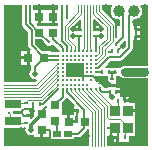
<source format=gtl>
G04*
G04 #@! TF.GenerationSoftware,Altium Limited,Altium Designer,19.0.10 (269)*
G04*
G04 Layer_Physical_Order=1*
G04 Layer_Color=255*
%FSLAX24Y24*%
%MOIN*%
G70*
G01*
G75*
%ADD10C,0.0079*%
%ADD13C,0.0049*%
%ADD14R,0.0335X0.0374*%
%ADD15R,0.0106X0.0118*%
%ADD16R,0.0551X0.0295*%
%ADD17C,0.0079*%
%ADD18R,0.0256X0.0197*%
%ADD19R,0.0315X0.0295*%
%ADD20R,0.0118X0.0106*%
%ADD21R,0.0295X0.0315*%
%ADD31C,0.0118*%
%ADD32C,0.0090*%
%ADD33C,0.0080*%
%ADD34C,0.0300*%
%ADD35R,0.0315X0.0300*%
%ADD36R,0.0630X0.0492*%
%ADD37R,0.0079X0.0177*%
%ADD38C,0.0394*%
%ADD39C,0.0197*%
%ADD40C,0.0098*%
%ADD41C,0.0169*%
G36*
X1168Y2157D02*
X1173Y2134D01*
X1160Y2115D01*
X1145Y2088D01*
X1133Y2060D01*
X1125Y2030D01*
X1119Y1999D01*
X1118Y1969D01*
X1119Y1938D01*
X1125Y1907D01*
X1133Y1877D01*
X1145Y1849D01*
X1160Y1822D01*
X1178Y1796D01*
X1199Y1773D01*
X1222Y1753D01*
X1247Y1735D01*
X1274Y1720D01*
X1303Y1708D01*
X1332Y1699D01*
X1363Y1694D01*
X1394Y1692D01*
X1421Y1667D01*
Y1476D01*
X1290D01*
Y1519D01*
X1288Y1535D01*
X1285Y1551D01*
X1278Y1566D01*
X1270Y1580D01*
X1259Y1592D01*
X842Y2010D01*
Y2184D01*
X1150D01*
X1168Y2157D01*
D02*
G37*
G36*
X-630Y2165D02*
Y2008D01*
X-737D01*
Y1781D01*
Y1555D01*
X-630D01*
Y1476D01*
X-1309D01*
X-1338Y1511D01*
X-1319Y1555D01*
X-1300D01*
Y1781D01*
Y2008D01*
X-1456D01*
Y2165D01*
X-1408Y2184D01*
X-679D01*
X-630Y2165D01*
D02*
G37*
G36*
X142Y1667D02*
Y1484D01*
X140D01*
Y1352D01*
X90D01*
Y1302D01*
X-89D01*
X-98Y1297D01*
X-105Y1298D01*
X-128Y1300D01*
X-147Y1298D01*
X-153Y1300D01*
X-193Y1331D01*
X-197Y1339D01*
Y1394D01*
X-93Y1497D01*
X-48Y1471D01*
Y1402D01*
X40D01*
Y1484D01*
X-35D01*
X-62Y1529D01*
X96Y1686D01*
X142Y1667D01*
D02*
G37*
G36*
X752Y1529D02*
X725Y1484D01*
X650D01*
Y1402D01*
X738D01*
Y1471D01*
X783Y1497D01*
X886Y1395D01*
Y1339D01*
X882Y1331D01*
X842Y1300D01*
X836Y1298D01*
X817Y1300D01*
X794Y1298D01*
X788Y1297D01*
X779Y1302D01*
X600D01*
Y1352D01*
X550D01*
Y1484D01*
X547D01*
Y1668D01*
X593Y1687D01*
X752Y1529D01*
D02*
G37*
G36*
X1624Y964D02*
Y792D01*
X1561Y729D01*
X1514Y749D01*
Y776D01*
X1477D01*
X1471Y779D01*
X1449Y803D01*
X1437Y826D01*
X1437Y837D01*
X1437Y845D01*
X1565Y973D01*
X1579Y980D01*
X1624Y964D01*
D02*
G37*
G36*
X-1043Y876D02*
X-1040Y867D01*
X-1029Y850D01*
X-1016Y834D01*
X-1001Y821D01*
X-983Y811D01*
X-965Y803D01*
X-945Y798D01*
X-925Y797D01*
X-905Y798D01*
X-886Y803D01*
X-867Y811D01*
X-850Y821D01*
X-834Y834D01*
X-833Y836D01*
X-787Y845D01*
X-768Y842D01*
X-695Y769D01*
X-695Y769D01*
X-580Y653D01*
Y620D01*
X-599Y601D01*
X-787Y601D01*
X-787Y601D01*
X-866D01*
Y650D01*
X-1161D01*
X-1392Y880D01*
Y1024D01*
X-1191D01*
X-1043Y876D01*
D02*
G37*
G36*
X2361Y131D02*
X2234D01*
X2234Y131D01*
X1588D01*
X1562Y129D01*
X1536Y124D01*
X1511Y116D01*
X1488Y104D01*
X1466Y90D01*
X1453Y78D01*
X1407Y69D01*
X1407Y69D01*
X1144D01*
Y69D01*
X942D01*
X923Y115D01*
X1122Y315D01*
X1432D01*
X1450Y316D01*
X1468Y320D01*
X1486Y328D01*
X1501Y337D01*
X1516Y349D01*
X1826Y660D01*
X1838Y674D01*
X1848Y690D01*
X1855Y707D01*
X1859Y725D01*
X1861Y743D01*
Y994D01*
X1913D01*
Y1132D01*
X1963D01*
Y1182D01*
X2094D01*
Y1201D01*
X2094D01*
Y1289D01*
X1963D01*
Y1339D01*
X1913D01*
Y1476D01*
X1861D01*
Y1644D01*
X1894Y1692D01*
X1925Y1694D01*
X1955Y1699D01*
X1985Y1708D01*
X2013Y1720D01*
X2041Y1735D01*
X2066Y1753D01*
X2089Y1773D01*
X2110Y1796D01*
X2127Y1822D01*
X2142Y1849D01*
X2154Y1877D01*
X2163Y1907D01*
X2168Y1938D01*
X2170Y1969D01*
X2168Y1999D01*
X2163Y2030D01*
X2154Y2060D01*
X2142Y2088D01*
X2127Y2115D01*
X2114Y2134D01*
X2120Y2157D01*
X2138Y2184D01*
X2361D01*
Y131D01*
D02*
G37*
G36*
X-1821Y2165D02*
Y1522D01*
X-1820Y1503D01*
X-1815Y1485D01*
X-1808Y1468D01*
X-1799Y1452D01*
X-1787Y1438D01*
X-1628Y1280D01*
Y831D01*
X-1627Y813D01*
X-1623Y795D01*
X-1616Y778D01*
X-1606Y762D01*
X-1594Y748D01*
X-1542Y696D01*
X-1561Y650D01*
X-1574D01*
Y463D01*
X-1528D01*
Y363D01*
X-1574D01*
Y177D01*
X-1555D01*
X-1549Y173D01*
X-1543Y169D01*
X-1540Y164D01*
X-1522Y127D01*
X-1524Y117D01*
X-1525Y99D01*
Y5D01*
X-1533Y-1D01*
X-1548Y-19D01*
X-1561Y-38D01*
X-1571Y-59D01*
X-1578Y-81D01*
X-1583Y-104D01*
X-1585Y-127D01*
X-1583Y-150D01*
X-1578Y-173D01*
X-1571Y-195D01*
X-1561Y-216D01*
X-1548Y-235D01*
X-1533Y-252D01*
X-1515Y-268D01*
X-1496Y-281D01*
X-1475Y-291D01*
X-1453Y-298D01*
X-1430Y-303D01*
X-1407Y-304D01*
X-1384Y-303D01*
X-1374Y-301D01*
X-1349Y-342D01*
X-1348Y-345D01*
X-1399Y-396D01*
X-2420D01*
X-2420Y-396D01*
Y2184D01*
X-1870D01*
X-1821Y2165D01*
D02*
G37*
G36*
X1407Y-207D02*
Y-207D01*
X1407Y-207D01*
X1453Y-216D01*
X1466Y-227D01*
X1488Y-242D01*
X1511Y-253D01*
X1536Y-262D01*
X1562Y-267D01*
X1588Y-268D01*
X2234D01*
X2234Y-268D01*
X2361D01*
Y-2519D01*
X1014D01*
Y-2187D01*
X1234D01*
Y-2196D01*
X1366D01*
Y-2246D01*
X1416D01*
Y-2384D01*
X1722D01*
Y-2187D01*
X1950D01*
Y-1666D01*
X1950Y-1655D01*
X1950D01*
Y-1616D01*
X1950D01*
Y-1400D01*
X1704D01*
Y-1300D01*
X1950D01*
Y-1084D01*
X1722D01*
Y-1075D01*
X1590D01*
Y-1025D01*
X1540D01*
Y-887D01*
X1483D01*
X1445Y-859D01*
Y-771D01*
X1313D01*
Y-671D01*
X1445D01*
Y-584D01*
X1310D01*
Y-561D01*
X1035D01*
Y-584D01*
X957D01*
Y-603D01*
X891D01*
X888Y-600D01*
X887Y-580D01*
X882Y-560D01*
X874Y-542D01*
X864Y-525D01*
X851Y-509D01*
X835Y-496D01*
X818Y-486D01*
X800Y-478D01*
X780Y-473D01*
X760Y-472D01*
X740Y-473D01*
X720Y-478D01*
X698Y-433D01*
X704Y-428D01*
X716Y-414D01*
X726Y-398D01*
X727Y-394D01*
X620D01*
Y-344D01*
X590Y-314D01*
X590Y-207D01*
X716Y-207D01*
X716Y-207D01*
X1035D01*
Y-461D01*
X1310D01*
Y-207D01*
X1407D01*
X1407Y-207D01*
D02*
G37*
G36*
X-1846Y-1469D02*
X-2096D01*
X-2131Y-1430D01*
X-2133Y-1410D01*
X-2135Y-1401D01*
X-2119Y-1371D01*
X-2101Y-1351D01*
X-1846D01*
Y-1469D01*
D02*
G37*
G36*
X-1416Y-1515D02*
X-1521Y-1620D01*
X-1571Y-1599D01*
Y-1575D01*
X-1709D01*
Y-1475D01*
X-1571D01*
Y-1268D01*
X-1416D01*
Y-1515D01*
D02*
G37*
G36*
X-82Y-1166D02*
X-101Y-1212D01*
X-114D01*
Y-1300D01*
X18D01*
Y-1400D01*
X-114D01*
Y-1488D01*
X-162Y-1494D01*
X-226D01*
Y-1680D01*
X-49D01*
Y-1520D01*
X-10Y-1497D01*
X29Y-1520D01*
Y-1780D01*
X-49D01*
Y-1780D01*
X-276D01*
Y-1730D01*
X-326D01*
Y-1494D01*
X-451D01*
X-487Y-1458D01*
X-487Y-1348D01*
X-494Y-1347D01*
Y-1075D01*
X-399Y-979D01*
X-386Y-965D01*
X-377Y-949D01*
X-374Y-942D01*
X-343Y-931D01*
X-318Y-930D01*
X-82Y-1166D01*
D02*
G37*
G36*
X-1711Y-1942D02*
X-1711Y-1944D01*
X-1716Y-1967D01*
X-1718Y-1990D01*
X-1716Y-2013D01*
X-1711Y-2036D01*
X-1704Y-2058D01*
X-1694Y-2079D01*
X-1681Y-2098D01*
X-1666Y-2116D01*
X-1648Y-2131D01*
X-1629Y-2144D01*
X-1608Y-2154D01*
X-1586Y-2161D01*
X-1563Y-2166D01*
X-1540Y-2168D01*
X-1517Y-2166D01*
X-1494Y-2161D01*
X-1472Y-2154D01*
X-1466Y-2151D01*
X-1427Y-2169D01*
X-1416Y-2181D01*
Y-2232D01*
X-1230D01*
Y-2006D01*
Y-1915D01*
X-1130Y-1915D01*
Y-2006D01*
Y-2232D01*
X-944D01*
Y-1973D01*
X-926Y-1961D01*
X-876Y-1987D01*
Y-2297D01*
X-89D01*
Y-2238D01*
X40D01*
X59Y-2237D01*
X77Y-2233D01*
X94Y-2226D01*
X110Y-2216D01*
X124Y-2204D01*
X326Y-2002D01*
X338Y-1987D01*
X348Y-1972D01*
X350Y-1966D01*
X413D01*
Y-2519D01*
X-2420D01*
Y-1922D01*
X-1778D01*
Y-1913D01*
X-1741Y-1900D01*
X-1711Y-1942D01*
D02*
G37*
%LPC*%
G36*
X-837Y2008D02*
X-1200D01*
Y1781D01*
Y1555D01*
X-837D01*
Y1781D01*
Y2008D01*
D02*
G37*
G36*
X2094Y1476D02*
X2013D01*
Y1389D01*
X2094D01*
Y1476D01*
D02*
G37*
G36*
X2094Y1082D02*
X2013D01*
Y994D01*
X2094D01*
Y1082D01*
D02*
G37*
G36*
X-1674Y650D02*
X-1850D01*
Y463D01*
X-1674D01*
Y650D01*
D02*
G37*
G36*
Y363D02*
X-1850D01*
Y177D01*
X-1674D01*
Y363D01*
D02*
G37*
G36*
X1722Y-887D02*
X1640D01*
Y-975D01*
X1722D01*
Y-887D01*
D02*
G37*
G36*
X1316Y-2296D02*
X1234D01*
Y-2384D01*
X1316D01*
Y-2296D01*
D02*
G37*
%LPD*%
D10*
X-1161Y482D02*
X-1024D01*
X-1092Y413D02*
Y413D01*
X-1092Y414D02*
X-1092Y413D01*
X-1161Y482D02*
X-1092Y414D01*
X1035Y-1921D02*
X1252Y-1921D01*
X1366Y-2226D02*
Y-2035D01*
X1252Y-1921D02*
X1366Y-2035D01*
X1084Y-2246D02*
X1133Y-2196D01*
X1133Y-2039D02*
X1133Y-2196D01*
X1133Y-2039D02*
X1252Y-1921D01*
X1590Y-1045D02*
X1783D01*
X1783Y-1045D01*
X760Y-656D02*
X825Y-721D01*
X1089D01*
Y-823D02*
Y-721D01*
Y-823D02*
X1171Y-905D01*
X700Y1520D02*
X817Y1403D01*
X1539Y1132D02*
Y1823D01*
X1315Y1596D02*
X1333Y1614D01*
X1315Y1339D02*
Y1596D01*
X1073Y433D02*
X1432D01*
X709Y69D02*
X1073Y433D01*
X1053Y610D02*
X1132D01*
X1742Y743D02*
Y1817D01*
X1432Y433D02*
X1742Y743D01*
X-1024Y344D02*
X-620D01*
X-1510Y831D02*
Y1329D01*
X-1093Y413D02*
X-1092Y413D01*
X-1024Y344D01*
X-1407Y-127D02*
Y99D01*
X-1195Y516D02*
X-1161Y482D01*
X-1093Y413D01*
X-1024Y482D02*
X-620D01*
X-1510Y831D02*
X-1161Y482D01*
X-1092Y414D02*
X-1092D01*
X-1161Y482D02*
X-1161D01*
X-1407Y99D02*
X-1093Y413D01*
X-1092Y414D01*
X-1024Y482D01*
X-1092Y414D02*
Y414D01*
X-1703Y1522D02*
Y2165D01*
Y1522D02*
X-1510Y1329D01*
X1963Y1132D02*
Y1339D01*
X1315Y1339D02*
X1315Y1339D01*
X1315Y1132D02*
Y1339D01*
X1742Y1817D02*
X1894Y1969D01*
X1394D02*
X1539Y1823D01*
X1309Y885D02*
X1539Y1115D01*
Y1132D01*
X1309Y837D02*
Y885D01*
X-1575Y1575D02*
X-1250Y1250D01*
X-1575Y1575D02*
Y2165D01*
X-482Y-896D02*
Y-620D01*
X-720Y-1133D02*
X-482Y-896D01*
X-720Y-1168D02*
Y-1133D01*
X-1033Y-1233D02*
Y-1231D01*
X-1180Y-1380D02*
X-1033Y-1233D01*
X-1130Y-1130D02*
X-620Y-620D01*
X-1228Y-1130D02*
X-1130D01*
X-669Y-2120D02*
Y-1856D01*
X-720Y-1806D02*
X-669Y-1856D01*
X-927Y-2006D02*
X-921Y-2012D01*
X-1180Y-2006D02*
X-927D01*
X242Y-1918D02*
Y-1350D01*
X40Y-2120D02*
X242Y-1918D01*
X-295Y-2120D02*
X40D01*
X242Y-1350D02*
Y-1322D01*
X-344Y-736D02*
X242Y-1322D01*
X-1868Y-1411D02*
Y-1410D01*
Y-1411D02*
X-1755Y-1525D01*
X-1709D01*
Y-1306D02*
X-1459D01*
X-1868Y-1410D02*
X-1764Y-1306D01*
X-1709D01*
X-1459D02*
X-1453Y-1313D01*
Y-1130D01*
X-306Y-1740D02*
X-256Y-1790D01*
X10Y-1650D02*
Y-1350D01*
X518Y-208D02*
X539D01*
X-345Y-735D02*
X-344Y-736D01*
Y-620D01*
X-345Y-735D02*
Y-620D01*
X-1180Y-1474D02*
Y-1380D01*
X539Y-208D02*
X620Y-289D01*
Y-344D02*
Y-289D01*
Y-69D02*
X845D01*
X760Y-600D02*
X760Y-656D01*
X1132Y-511D02*
X1173D01*
X924Y-303D02*
X1132Y-511D01*
X207Y-207D02*
X517D01*
X518Y-208D01*
X811Y1128D02*
X817Y1122D01*
X600Y1128D02*
X811D01*
X600D02*
X620Y1108D01*
Y620D02*
Y1108D01*
X69Y620D02*
Y1108D01*
X89Y1128D01*
X-122D02*
X89D01*
X-128Y1122D02*
X-122Y1128D01*
X620Y69D02*
X709D01*
X-482Y620D02*
Y723D01*
X-787Y1029D02*
X-482Y723D01*
X-787Y1029D02*
Y1250D01*
X-344Y1722D02*
Y2165D01*
Y620D02*
Y796D01*
X-512Y963D02*
X-344Y796D01*
X-512Y963D02*
Y2165D01*
X1369Y658D02*
X1526Y815D01*
X-127Y1366D02*
X76D01*
X90Y1352D01*
X614Y1366D02*
X817D01*
X600Y1352D02*
X614Y1366D01*
X-1250Y1250D02*
X-925Y925D01*
X-127Y1366D02*
Y1403D01*
X-10Y1520D01*
X1132Y610D02*
X1151Y629D01*
D13*
X1252Y-1350D02*
X1366Y-1236D01*
Y-1045D01*
X1074Y-1635D02*
X1425D01*
X1590Y-1801D01*
X1010Y-1571D02*
X1074Y-1635D01*
X482Y-678D02*
X1010Y-1206D01*
X1590Y-2226D02*
Y-1801D01*
X1252Y-1350D02*
Y-1308D01*
X620Y-676D02*
X1252Y-1308D01*
X1010Y-1571D02*
Y-1206D01*
X910Y-2520D02*
Y-1244D01*
X344Y-679D02*
X910Y-1244D01*
X812Y-2520D02*
Y-1285D01*
X207Y-680D02*
X812Y-1285D01*
X713Y-2520D02*
Y-1326D01*
X69Y-682D02*
X713Y-1326D01*
X615Y-2520D02*
Y-1367D01*
X-69Y-683D02*
X615Y-1367D01*
X516Y-2520D02*
Y-1407D01*
X-207Y-684D02*
X516Y-1407D01*
X738Y1967D02*
X1186Y1519D01*
Y969D02*
Y1519D01*
X640Y1926D02*
X1088Y1478D01*
Y1010D02*
Y1478D01*
X541Y1885D02*
X989Y1437D01*
Y1051D02*
Y1437D01*
X733Y795D02*
X989Y1051D01*
X832Y754D02*
X1088Y1010D01*
X-1152Y-992D02*
X-642Y-482D01*
X-1619Y-992D02*
X-1152D01*
X-1193Y-894D02*
X-644Y-344D01*
X-2420Y-894D02*
X-1193D01*
X-1234Y-795D02*
X-645Y-207D01*
X-2420Y-795D02*
X-1234D01*
X-1275Y-697D02*
X-647Y-69D01*
X-2420Y-697D02*
X-1275D01*
X-1315Y-598D02*
X-648Y69D01*
X-2420Y-598D02*
X-1315D01*
X-1356Y-500D02*
X-649Y207D01*
X-2420Y-500D02*
X-1356D01*
X344Y-679D02*
Y-620D01*
X482Y-678D02*
Y-620D01*
X620Y-676D02*
Y-620D01*
X-1709Y-1082D02*
X-1619Y-992D01*
X-2230Y-1098D02*
X-2230Y-1125D01*
X-207Y-684D02*
Y-620D01*
X-69Y-683D02*
Y-620D01*
X69D02*
X69Y-682D01*
X207Y-680D02*
Y-620D01*
X482Y620D02*
Y688D01*
X443Y727D02*
X482Y688D01*
X207Y620D02*
Y697D01*
X-642Y-482D02*
X-620D01*
X-644Y-344D02*
X-620D01*
X-645Y-207D02*
X-620D01*
X-647Y-69D02*
X-620D01*
X-648Y69D02*
X-620D01*
X-649Y207D02*
X-620D01*
X-2260Y-1430D02*
X-2234Y-1456D01*
X344Y620D02*
Y2185D01*
X-69Y620D02*
Y819D01*
X-300Y1051D02*
X-69Y819D01*
X-300Y1051D02*
Y1436D01*
X-207Y620D02*
Y818D01*
X-399Y1010D02*
X-207Y818D01*
X-399Y1010D02*
Y1477D01*
X620Y482D02*
X642D01*
X620Y344D02*
X644D01*
X207Y697D02*
X246Y736D01*
Y2185D01*
X443Y727D02*
Y2185D01*
X541Y1885D02*
Y2185D01*
X640Y1926D02*
Y2185D01*
X-300Y1436D02*
X148Y1884D01*
Y2185D01*
X49Y1925D02*
Y2185D01*
X-399Y1477D02*
X49Y1925D01*
X-2230Y-1125D02*
X-2132D01*
X-2234Y-1593D02*
Y-1456D01*
Y-1593D02*
X-2142Y-1686D01*
X-2132Y-1696D02*
X-2079Y-1749D01*
X-1709D01*
X-2132Y-1125D02*
X-2089Y-1082D01*
X-1709D01*
X645Y207D02*
X930Y492D01*
Y713D02*
X1186Y969D01*
X620Y207D02*
X645D01*
X738Y1967D02*
Y2185D01*
X642Y482D02*
X733Y573D01*
Y795D01*
X644Y344D02*
X832Y532D01*
Y754D01*
X930Y492D02*
Y713D01*
D14*
X1704Y-1350D02*
D03*
X1252D02*
D03*
Y-1921D02*
D03*
X1704D02*
D03*
D15*
X1590Y-2246D02*
D03*
X1366D02*
D03*
X1366Y-1025D02*
D03*
X1590D02*
D03*
X1089Y-721D02*
D03*
X1313D02*
D03*
X1275Y-69D02*
D03*
X1500D02*
D03*
X845Y-69D02*
D03*
X1070D02*
D03*
X1539Y1132D02*
D03*
X1315D02*
D03*
X1539Y1339D02*
D03*
X1315D02*
D03*
X1963Y1132D02*
D03*
X1738D02*
D03*
X1963Y1339D02*
D03*
X1738D02*
D03*
X18Y-1350D02*
D03*
X242D02*
D03*
X1383Y639D02*
D03*
X1158D02*
D03*
X-1453Y-1130D02*
D03*
X-1228D02*
D03*
D16*
X-2132Y-1696D02*
D03*
Y-1125D02*
D03*
D17*
X-620Y620D02*
D03*
X620Y-344D02*
D03*
X482D02*
D03*
X620Y-620D02*
D03*
X-482Y620D02*
D03*
X-344D02*
D03*
X-207D02*
D03*
X-69D02*
D03*
X69D02*
D03*
X207D02*
D03*
X344D02*
D03*
X482D02*
D03*
X620D02*
D03*
X-620Y482D02*
D03*
X-482D02*
D03*
X-344D02*
D03*
X-207D02*
D03*
X-69D02*
D03*
X69D02*
D03*
X207D02*
D03*
X344D02*
D03*
X482D02*
D03*
X620D02*
D03*
X-620Y344D02*
D03*
X-482D02*
D03*
X-344D02*
D03*
X-207D02*
D03*
X-69D02*
D03*
X69D02*
D03*
X207D02*
D03*
X482D02*
D03*
X620D02*
D03*
X-620Y207D02*
D03*
X-482D02*
D03*
X-344D02*
D03*
X-207D02*
D03*
X-69D02*
D03*
X69D02*
D03*
X207D02*
D03*
X344D02*
D03*
X482D02*
D03*
X620D02*
D03*
X-620Y69D02*
D03*
X-482D02*
D03*
X-344D02*
D03*
X-207D02*
D03*
X-69D02*
D03*
X69D02*
D03*
X207D02*
D03*
X344D02*
D03*
X482D02*
D03*
X620D02*
D03*
X-620Y-69D02*
D03*
X-482D02*
D03*
X-344D02*
D03*
X-207D02*
D03*
X-69D02*
D03*
X69D02*
D03*
X207D02*
D03*
X344D02*
D03*
X482D02*
D03*
X620D02*
D03*
X-620Y-207D02*
D03*
X-482D02*
D03*
X-344D02*
D03*
X-207D02*
D03*
X-69D02*
D03*
X69D02*
D03*
X207D02*
D03*
X344D02*
D03*
X-620Y-344D02*
D03*
X-482D02*
D03*
X-344D02*
D03*
X-207D02*
D03*
X-69D02*
D03*
X69D02*
D03*
X207D02*
D03*
X-620Y-482D02*
D03*
X-482D02*
D03*
X-344D02*
D03*
X-207D02*
D03*
X-69D02*
D03*
X69D02*
D03*
X207D02*
D03*
X344D02*
D03*
X-620Y-620D02*
D03*
X-482D02*
D03*
X-344D02*
D03*
X-207D02*
D03*
X-69D02*
D03*
X69D02*
D03*
X207D02*
D03*
X344D02*
D03*
X482D02*
D03*
D18*
X-295Y-2120D02*
D03*
X-669D02*
D03*
D19*
X-730Y-1174D02*
D03*
Y-1706D02*
D03*
X-1250Y1250D02*
D03*
Y1781D02*
D03*
X-787Y1250D02*
D03*
Y1781D02*
D03*
X-1180Y-1474D02*
D03*
Y-2006D02*
D03*
D20*
X-1709Y-1306D02*
D03*
Y-1082D02*
D03*
Y-1525D02*
D03*
Y-1749D02*
D03*
X600Y1352D02*
D03*
Y1128D02*
D03*
X90Y1352D02*
D03*
Y1128D02*
D03*
X1173Y-287D02*
D03*
Y-511D02*
D03*
D21*
X-276Y-1730D02*
D03*
X256D02*
D03*
X-1093Y413D02*
D03*
X-1624D02*
D03*
D31*
X-1540Y-1834D02*
X-1180Y-1474D01*
X-1540Y-1990D02*
Y-1834D01*
D32*
X1072Y-69D02*
X1178D01*
X1275D01*
X1280D01*
D33*
X1173Y-74D02*
X1178Y-69D01*
X1173Y-287D02*
Y-74D01*
D34*
X1588Y-69D02*
X2234D01*
D35*
X2227Y-69D02*
D03*
D36*
X-69Y0D02*
D03*
D37*
X207Y-256D02*
D03*
D38*
X1394Y1969D02*
D03*
X1894D02*
D03*
D39*
X1144Y-2246D02*
D03*
X1813Y-966D02*
D03*
X1526Y-758D02*
D03*
X1171Y-905D02*
D03*
X1969Y837D02*
D03*
X-1199Y929D02*
D03*
X-2303Y-287D02*
D03*
X-1939Y413D02*
D03*
X-1407Y-127D02*
D03*
X974Y2087D02*
D03*
X1333Y1614D02*
D03*
X1943D02*
D03*
X-420Y-2421D02*
D03*
X-1540Y-1990D02*
D03*
X-360Y-1130D02*
D03*
X-374Y-1374D02*
D03*
X-1490Y-1350D02*
D03*
X1821Y-389D02*
D03*
X2244Y249D02*
D03*
Y-389D02*
D03*
X1821Y249D02*
D03*
X1148Y190D02*
D03*
X924Y-303D02*
D03*
X1440Y-380D02*
D03*
X817Y1122D02*
D03*
X-128D02*
D03*
X-127Y1366D02*
D03*
X817D02*
D03*
X-1870Y-2006D02*
D03*
X-1250Y2087D02*
D03*
X-807D02*
D03*
X1526Y815D02*
D03*
X2244Y1299D02*
D03*
X-1921Y2077D02*
D03*
X-1810Y1290D02*
D03*
X-2303Y1368D02*
D03*
Y2077D02*
D03*
X-1190Y-2350D02*
D03*
X-2303Y-2402D02*
D03*
X2254Y2087D02*
D03*
X2264Y-1171D02*
D03*
Y-2421D02*
D03*
X320Y-2190D02*
D03*
D40*
X1035Y-1921D02*
D03*
X1053Y610D02*
D03*
X-1033Y-1231D02*
D03*
X146Y-1220D02*
D03*
X-2000Y-1410D02*
D03*
X-620Y620D02*
D03*
X760Y-600D02*
D03*
X482Y-346D02*
D03*
X344Y-482D02*
D03*
X-482D02*
D03*
X-344D02*
D03*
X-207D02*
D03*
X-69D02*
D03*
X69D02*
D03*
X207D02*
D03*
X482Y-69D02*
D03*
Y69D02*
D03*
Y207D02*
D03*
Y344D02*
D03*
Y482D02*
D03*
X344D02*
D03*
X207D02*
D03*
X69D02*
D03*
X-69D02*
D03*
X-207D02*
D03*
X-344D02*
D03*
X-482Y207D02*
D03*
Y-69D02*
D03*
Y-207D02*
D03*
Y-344D02*
D03*
X-344Y344D02*
D03*
X-69D02*
D03*
X69D02*
D03*
X207D02*
D03*
X344Y69D02*
D03*
Y207D02*
D03*
X-344Y-344D02*
D03*
X-207D02*
D03*
X69D02*
D03*
X-482Y69D02*
D03*
X-207Y344D02*
D03*
X344Y-69D02*
D03*
X-2260Y-1430D02*
D03*
X1309Y837D02*
D03*
X-344Y1722D02*
D03*
X-482Y482D02*
D03*
X-69Y-344D02*
D03*
X-925Y925D02*
D03*
D41*
X67Y-72D02*
D03*
X-263Y-50D02*
D03*
M02*

</source>
